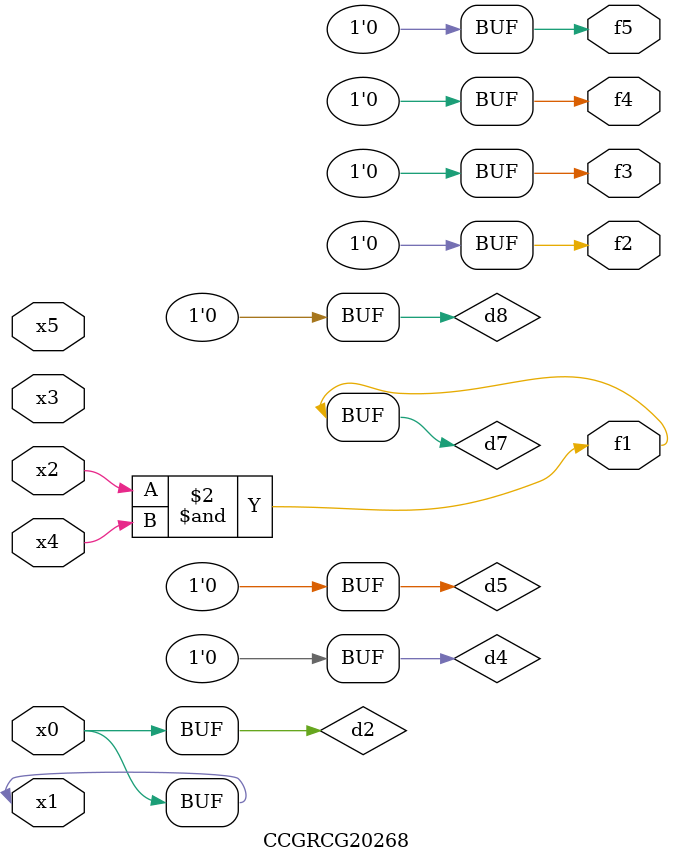
<source format=v>
module CCGRCG20268(
	input x0, x1, x2, x3, x4, x5,
	output f1, f2, f3, f4, f5
);

	wire d1, d2, d3, d4, d5, d6, d7, d8, d9;

	nand (d1, x1);
	buf (d2, x0, x1);
	nand (d3, x2, x4);
	and (d4, d1, d2);
	and (d5, d1, d2);
	nand (d6, d1, d3);
	not (d7, d3);
	xor (d8, d5);
	nor (d9, d5, d6);
	assign f1 = d7;
	assign f2 = d8;
	assign f3 = d8;
	assign f4 = d8;
	assign f5 = d8;
endmodule

</source>
